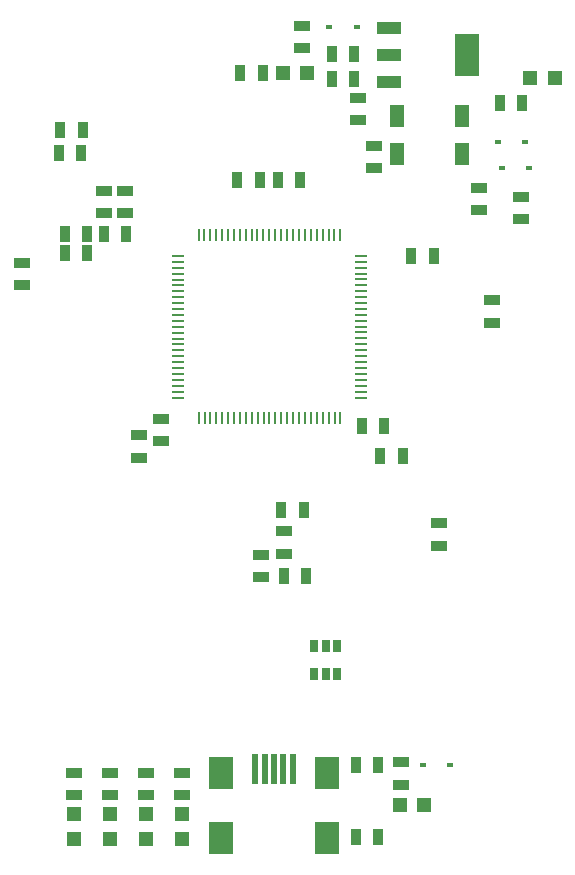
<source format=gtp>
G04 (created by PCBNEW (2013-mar-13)-testing) date Птн 14 Фев 2014 21:12:23*
%MOIN*%
G04 Gerber Fmt 3.4, Leading zero omitted, Abs format*
%FSLAX34Y34*%
G01*
G70*
G90*
G04 APERTURE LIST*
%ADD10C,0.005906*%
%ADD11R,0.055000X0.035000*%
%ADD12R,0.035000X0.055000*%
%ADD13R,0.047200X0.047200*%
%ADD14R,0.040000X0.010000*%
%ADD15R,0.010000X0.040000*%
%ADD16R,0.080000X0.144000*%
%ADD17R,0.080000X0.040000*%
%ADD18R,0.051181X0.074803*%
%ADD19R,0.020000X0.100000*%
%ADD20R,0.078740X0.110000*%
%ADD21R,0.019685X0.015748*%
%ADD22R,0.027559X0.039370*%
G04 APERTURE END LIST*
G54D10*
G54D11*
X52100Y-51250D03*
X52100Y-50500D03*
G54D12*
X46725Y-39050D03*
X47475Y-39050D03*
X46125Y-39050D03*
X45375Y-39050D03*
G54D11*
X46175Y-52300D03*
X46175Y-51550D03*
G54D12*
X39625Y-40850D03*
X40375Y-40850D03*
X39625Y-41500D03*
X40375Y-41500D03*
G54D11*
X40950Y-39425D03*
X40950Y-40175D03*
X41650Y-39425D03*
X41650Y-40175D03*
X49400Y-37075D03*
X49400Y-36325D03*
G54D12*
X40225Y-37400D03*
X39475Y-37400D03*
X45475Y-35500D03*
X46225Y-35500D03*
G54D11*
X42850Y-47775D03*
X42850Y-47025D03*
G54D12*
X50275Y-47250D03*
X49525Y-47250D03*
X51925Y-41600D03*
X51175Y-41600D03*
G54D11*
X42100Y-47575D03*
X42100Y-48325D03*
X54850Y-40375D03*
X54850Y-39625D03*
G54D12*
X50150Y-48275D03*
X50900Y-48275D03*
X48525Y-35700D03*
X49275Y-35700D03*
X49275Y-34850D03*
X48525Y-34850D03*
G54D13*
X39950Y-60187D03*
X39950Y-61013D03*
X41150Y-60187D03*
X41150Y-61013D03*
X42350Y-60187D03*
X42350Y-61013D03*
X43550Y-60187D03*
X43550Y-61013D03*
X46887Y-35500D03*
X47713Y-35500D03*
X50787Y-59900D03*
X51613Y-59900D03*
X55137Y-35650D03*
X55963Y-35650D03*
G54D12*
X40175Y-38150D03*
X39425Y-38150D03*
X46850Y-50075D03*
X47600Y-50075D03*
G54D11*
X46950Y-51525D03*
X46950Y-50775D03*
G54D12*
X46925Y-52250D03*
X47675Y-52250D03*
G54D11*
X53875Y-43075D03*
X53875Y-43825D03*
X38200Y-41825D03*
X38200Y-42575D03*
X39950Y-59575D03*
X39950Y-58825D03*
X41150Y-59575D03*
X41150Y-58825D03*
X42350Y-59575D03*
X42350Y-58825D03*
X43550Y-59575D03*
X43550Y-58825D03*
G54D12*
X41675Y-40850D03*
X40925Y-40850D03*
G54D11*
X47550Y-34675D03*
X47550Y-33925D03*
X50850Y-59225D03*
X50850Y-58475D03*
G54D12*
X54875Y-36500D03*
X54125Y-36500D03*
G54D14*
X49500Y-41590D03*
X49500Y-46310D03*
X49500Y-46110D03*
X49500Y-45920D03*
X49500Y-45720D03*
X49500Y-45520D03*
X49500Y-45330D03*
X49500Y-45130D03*
X49500Y-44930D03*
X49500Y-44740D03*
X49500Y-44540D03*
X49500Y-44340D03*
X49500Y-44140D03*
X49500Y-43950D03*
X49500Y-43750D03*
X49500Y-43550D03*
X49500Y-43360D03*
X49500Y-43160D03*
X49500Y-42960D03*
X49500Y-42770D03*
X49500Y-42570D03*
X49500Y-42370D03*
X49500Y-42180D03*
X49500Y-41980D03*
X49500Y-41780D03*
G54D15*
X48810Y-47000D03*
X44090Y-47000D03*
X44290Y-47000D03*
X44480Y-47000D03*
X44680Y-47000D03*
X44880Y-47000D03*
X45070Y-47000D03*
X45270Y-47000D03*
X45470Y-47000D03*
X45660Y-47000D03*
X45860Y-47000D03*
X46060Y-47000D03*
X46260Y-47000D03*
X46450Y-47000D03*
X46650Y-47000D03*
X46850Y-47000D03*
X47040Y-47000D03*
X47240Y-47000D03*
X47440Y-47000D03*
X47630Y-47000D03*
X47830Y-47000D03*
X48030Y-47000D03*
X48220Y-47000D03*
X48420Y-47000D03*
X48620Y-47000D03*
X48810Y-40900D03*
X48610Y-40900D03*
X48420Y-40900D03*
X48220Y-40900D03*
X48020Y-40900D03*
X47830Y-40900D03*
X47630Y-40900D03*
X47430Y-40900D03*
X47240Y-40900D03*
X47040Y-40900D03*
X46840Y-40900D03*
X46640Y-40900D03*
X46450Y-40900D03*
X46250Y-40900D03*
X46050Y-40900D03*
X45860Y-40900D03*
X45660Y-40900D03*
X45460Y-40900D03*
X45270Y-40900D03*
X45070Y-40900D03*
X44870Y-40900D03*
X44680Y-40900D03*
X44480Y-40900D03*
X44280Y-40900D03*
X44090Y-40900D03*
G54D14*
X43400Y-41590D03*
X43400Y-41790D03*
X43400Y-41980D03*
X43400Y-42180D03*
X43400Y-42380D03*
X43400Y-42570D03*
X43400Y-42770D03*
X43400Y-42970D03*
X43400Y-43160D03*
X43400Y-43360D03*
X43400Y-43560D03*
X43400Y-43760D03*
X43400Y-43950D03*
X43400Y-44150D03*
X43400Y-44350D03*
X43400Y-44540D03*
X43400Y-44740D03*
X43400Y-44940D03*
X43400Y-45130D03*
X43400Y-45330D03*
X43400Y-45530D03*
X43400Y-45720D03*
X43400Y-45920D03*
X43400Y-46120D03*
X43400Y-46310D03*
G54D16*
X53050Y-34900D03*
G54D17*
X50450Y-34900D03*
X50450Y-35800D03*
X50450Y-34000D03*
G54D12*
X49325Y-58550D03*
X50075Y-58550D03*
X49325Y-60950D03*
X50075Y-60950D03*
G54D11*
X53450Y-40075D03*
X53450Y-39325D03*
X49950Y-38675D03*
X49950Y-37925D03*
G54D18*
X50717Y-38179D03*
X52882Y-38179D03*
X52882Y-36920D03*
X50717Y-36920D03*
G54D19*
X45970Y-58700D03*
X46285Y-58700D03*
X46600Y-58700D03*
X46914Y-58700D03*
X47229Y-58700D03*
G54D20*
X44828Y-60981D03*
X48371Y-60981D03*
X44828Y-58815D03*
X48371Y-58815D03*
G54D21*
X48447Y-33950D03*
X49352Y-33950D03*
X51572Y-58550D03*
X52477Y-58550D03*
X54197Y-38650D03*
X55102Y-38650D03*
X54072Y-37800D03*
X54977Y-37800D03*
G54D22*
X48699Y-54577D03*
X48325Y-54577D03*
X47950Y-54577D03*
X47950Y-55522D03*
X48325Y-55522D03*
X48699Y-55522D03*
M02*

</source>
